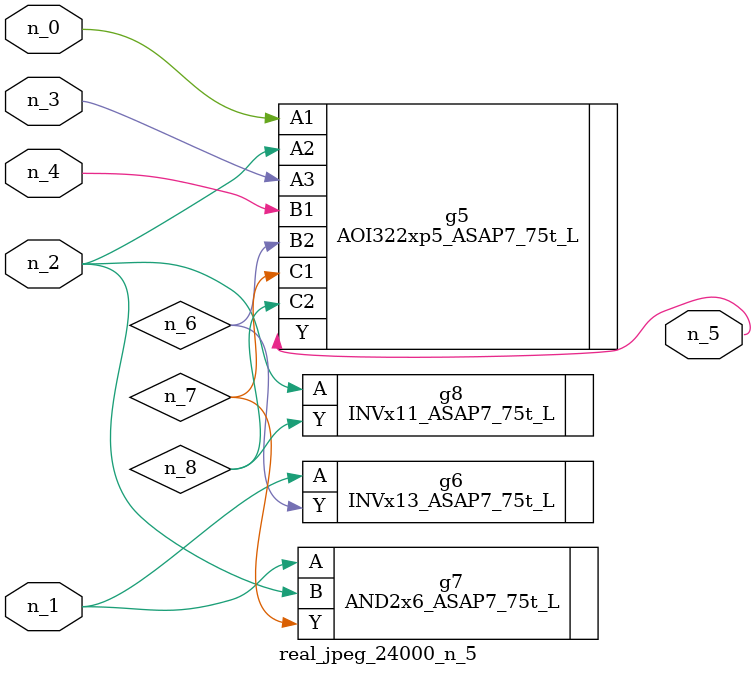
<source format=v>
module real_jpeg_24000_n_5 (n_4, n_0, n_1, n_2, n_3, n_5);

input n_4;
input n_0;
input n_1;
input n_2;
input n_3;

output n_5;

wire n_8;
wire n_6;
wire n_7;

AOI322xp5_ASAP7_75t_L g5 ( 
.A1(n_0),
.A2(n_2),
.A3(n_3),
.B1(n_4),
.B2(n_6),
.C1(n_7),
.C2(n_8),
.Y(n_5)
);

INVx13_ASAP7_75t_L g6 ( 
.A(n_1),
.Y(n_6)
);

AND2x6_ASAP7_75t_L g7 ( 
.A(n_1),
.B(n_2),
.Y(n_7)
);

INVx11_ASAP7_75t_L g8 ( 
.A(n_2),
.Y(n_8)
);


endmodule
</source>
